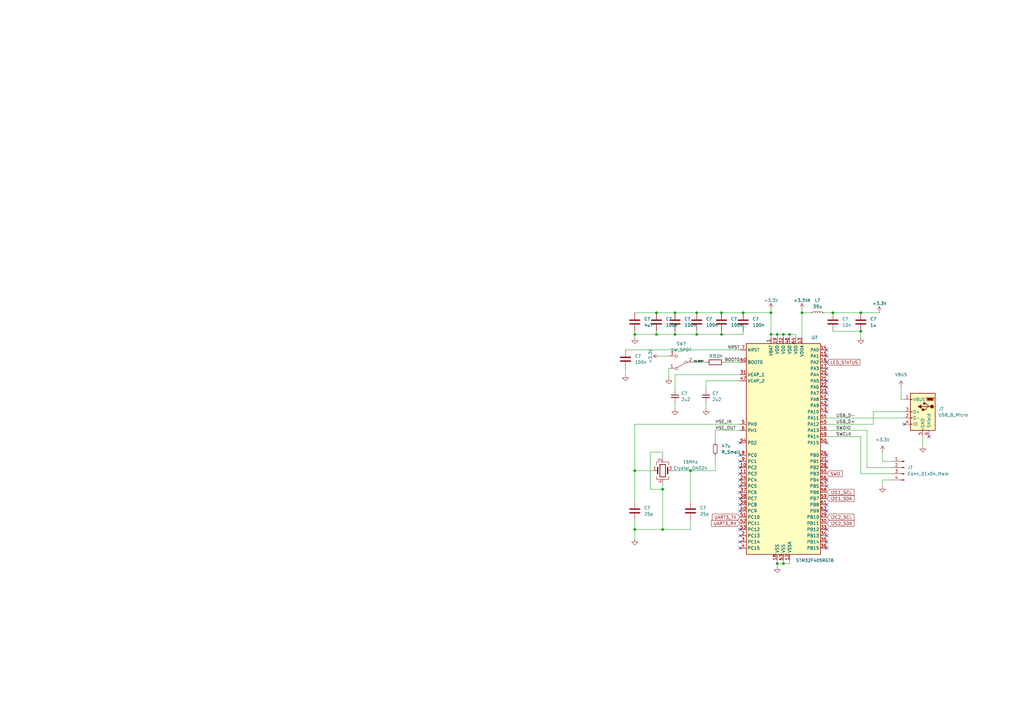
<source format=kicad_sch>
(kicad_sch (version 20211123) (generator eeschema)
  (paper "A3")
  (title_block (title "STM32F4RGT6") (date "2023-07-20") (rev "2.0") (company "Kronos"))
  (lib_symbols
    (symbol "Connector:Conn_01x04_Male" (pin_names (offset 1.016) hide)
      (property "Reference" "J" (at 0 5.08 0))
      (property "Value" "Conn_01x04_Male" (at 0 -7.62 0))
      (symbol "Conn_01x04_Male_1_1"
        (polyline (pts (xy 1.27 -5.08) (xy 0.8636 -5.08)) (stroke (width 0.1524)))
        (polyline (pts (xy 1.27 -2.54) (xy 0.8636 -2.54)) (stroke (width 0.1524)))
        (polyline (pts (xy 1.27 0) (xy 0.8636 0)) (stroke (width 0.1524)))
        (polyline (pts (xy 1.27 2.54) (xy 0.8636 2.54)) (stroke (width 0.1524)))
        (rectangle (start 0.8636 -4.953) (end 0 -5.207) (stroke (width 0.1524)) (fill (type outline)))
        (rectangle (start 0.8636 -2.413) (end 0 -2.667) (stroke (width 0.1524)) (fill (type outline)))
        (rectangle (start 0.8636 0.127) (end 0 -0.127) (stroke (width 0.1524)) (fill (type outline)))
        (rectangle (start 0.8636 2.667) (end 0 2.413) (stroke (width 0.1524)) (fill (type outline)))
        (pin passive line (at 5.08 2.54 180) (length 3.81) (name "Pin_1") (number "1"))
        (pin passive line (at 5.08 0 180) (length 3.81) (name "Pin_2") (number "2"))
        (pin passive line (at 5.08 -2.54 180) (length 3.81) (name "Pin_3") (number "3"))
        (pin passive line (at 5.08 -5.08 180) (length 3.81) (name "Pin_4") (number "4"))
      )
    )
    (symbol "Connector:USB_B_Micro" (pin_names (offset 1.016))
      (property "Reference" "J" (at -5.08 11.43 0))
      (property "Value" "USB_B_Micro" (at -5.08 8.89 0))
      (symbol "USB_B_Micro_0_1"
        (rectangle (start -5.08 -7.62) (end 5.08 7.62) (stroke (width 0.254)) (fill (type background)))
        (circle (center -3.81 2.159) (radius 0.635) (stroke (width 0.254)) (fill (type outline)))
        (circle (center -0.635 3.429) (radius 0.381) (stroke (width 0.254)) (fill (type outline)))
        (rectangle (start -0.127 -7.62) (end 0.127 -6.858))
        (polyline (pts (xy -1.905 2.159) (xy 0.635 2.159)) (stroke (width 0.254)))
        (polyline (pts (xy -3.175 2.159) (xy -2.54 2.159) (xy -1.27 3.429) (xy -0.635 3.429)) (stroke (width 0.254)))
        (polyline (pts (xy -2.54 2.159) (xy -1.905 2.159) (xy -1.27 0.889) (xy 0 0.889)) (stroke (width 0.254)))
        (polyline (pts (xy 0.635 2.794) (xy 0.635 1.524) (xy 1.905 2.159) (xy 0.635 2.794)) (stroke (width 0.254)) (fill (type outline)))
        (polyline (pts (xy -4.318 5.588) (xy -1.778 5.588) (xy -2.032 4.826) (xy -4.064 4.826) (xy -4.318 5.588)) (fill (type outline)))
        (polyline (pts (xy -4.699 5.842) (xy -4.699 5.588) (xy -4.445 4.826) (xy -4.445 4.572) (xy -1.651 4.572) (xy -1.651 4.826) (xy -1.397 5.588) (xy -1.397 5.842) (xy -4.699 5.842)))
        (rectangle (start 0.254 1.27) (end -0.508 0.508) (stroke (width 0.254)) (fill (type outline)))
        (rectangle (start 5.08 -5.207) (end 4.318 -4.953))
        (rectangle (start 5.08 -2.667) (end 4.318 -2.413))
        (rectangle (start 5.08 -0.127) (end 4.318 0.127))
        (rectangle (start 5.08 4.953) (end 4.318 5.207))
      )
      (symbol "USB_B_Micro_1_1"
        (pin power_out line (at 7.62 5.08 180) (length 2.54) (name "VBUS") (number "1"))
        (pin bidirectional line (at 7.62 -2.54 180) (length 2.54) (name "D-") (number "2"))
        (pin bidirectional line (at 7.62 0 180) (length 2.54) (name "D+") (number "3"))
        (pin passive line (at 7.62 -5.08 180) (length 2.54) (name "ID") (number "4"))
        (pin power_out line (at 0 -10.16 90) (length 2.54) (name "GND") (number "5"))
        (pin passive line (at -2.54 -10.16 90) (length 2.54) (name "Shield") (number "6"))
      )
    )
    (symbol "Device:C" (pin_numbers hide) (pin_names (offset 0.254))
      (property "Reference" "C" (at 0.635 2.54 0))
      (property "Value" "C" (at 0.635 -2.54 0))
      (symbol "C_0_1"
        (polyline (pts (xy -2.032 -0.762) (xy 2.032 -0.762)) (stroke (width 0.508)))
        (polyline (pts (xy -2.032 0.762) (xy 2.032 0.762)) (stroke (width 0.508)))
      )
      (symbol "C_1_1"
        (pin passive line (at 0 3.81 270) (length 2.794) (name "~") (number "1"))
        (pin passive line (at 0 -3.81 90) (length 2.794) (name "~") (number "2"))
      )
    )
    (symbol "Device:C_Small" (pin_numbers hide) (pin_names (offset 0.254) hide)
      (property "Reference" "C" (at 0.254 1.778 0))
      (property "Value" "C_Small" (at 0.254 -2.032 0))
      (symbol "C_Small_0_1"
        (polyline (pts (xy -1.524 -0.508) (xy 1.524 -0.508)) (stroke (width 0.3302)))
        (polyline (pts (xy -1.524 0.508) (xy 1.524 0.508)) (stroke (width 0.3048)))
      )
      (symbol "C_Small_1_1"
        (pin passive line (at 0 2.54 270) (length 2.032) (name "~") (number "1"))
        (pin passive line (at 0 -2.54 90) (length 2.032) (name "~") (number "2"))
      )
    )
    (symbol "Device:Crystal_GND24" (pin_names (offset 1.016) hide)
      (property "Reference" "Y" (at 3.175 5.08 0))
      (property "Value" "Crystal_GND24" (at 3.175 3.175 0))
      (symbol "Crystal_GND24_0_1"
        (rectangle (start -1.143 2.54) (end 1.143 -2.54) (stroke (width 0.3048)))
        (polyline (pts (xy -2.54 0) (xy -2.032 0)))
        (polyline (pts (xy -2.032 -1.27) (xy -2.032 1.27)) (stroke (width 0.508)))
        (polyline (pts (xy 0 -3.81) (xy 0 -3.556)))
        (polyline (pts (xy 0 3.556) (xy 0 3.81)))
        (polyline (pts (xy 2.032 -1.27) (xy 2.032 1.27)) (stroke (width 0.508)))
        (polyline (pts (xy 2.032 0) (xy 2.54 0)))
        (polyline (pts (xy -2.54 -2.286) (xy -2.54 -3.556) (xy 2.54 -3.556) (xy 2.54 -2.286)))
        (polyline (pts (xy -2.54 2.286) (xy -2.54 3.556) (xy 2.54 3.556) (xy 2.54 2.286)))
      )
      (symbol "Crystal_GND24_1_1"
        (pin passive line (at -3.81 0 0) (length 1.27) (name "1") (number "1"))
        (pin passive line (at 0 5.08 270) (length 1.27) (name "2") (number "2"))
        (pin passive line (at 3.81 0 180) (length 1.27) (name "3") (number "3"))
        (pin passive line (at 0 -5.08 90) (length 1.27) (name "4") (number "4"))
      )
    )
    (symbol "Device:L_Small" (pin_numbers hide) (pin_names (offset 0.254) hide)
      (property "Reference" "L" (at 0.762 1.016 0))
      (property "Value" "L_Small" (at 0.762 -1.016 0))
      (symbol "L_Small_0_1"
        (arc (start 0 -2.032) (mid 0.508 -1.524) (end 0 -1.016))
        (arc (start 0 -1.016) (mid 0.508 -0.508) (end 0 0))
        (arc (start 0 0) (mid 0.508 0.508) (end 0 1.016))
        (arc (start 0 1.016) (mid 0.508 1.524) (end 0 2.032))
      )
      (symbol "L_Small_1_1"
        (pin passive line (at 0 2.54 270) (length 0.508) (name "~") (number "1"))
        (pin passive line (at 0 -2.54 90) (length 0.508) (name "~") (number "2"))
      )
    )
    (symbol "Device:R" (pin_numbers hide) (pin_names (offset 0))
      (property "Reference" "R" (at 2.032 0 90))
      (property "Value" "R" (at 0 0 90))
      (symbol "R_0_1"
        (rectangle (start -1.016 -2.54) (end 1.016 2.54) (stroke (width 0.254)))
      )
      (symbol "R_1_1"
        (pin passive line (at 0 3.81 270) (length 1.27) (name "~") (number "1"))
        (pin passive line (at 0 -3.81 90) (length 1.27) (name "~") (number "2"))
      )
    )
    (symbol "Device:R_Small" (pin_numbers hide) (pin_names (offset 0.254) hide)
      (property "Reference" "R" (at 0.762 0.508 0))
      (property "Value" "R_Small" (at 0.762 -1.016 0))
      (symbol "R_Small_0_1"
        (rectangle (start -0.762 1.778) (end 0.762 -1.778) (stroke (width 0.2032)))
      )
      (symbol "R_Small_1_1"
        (pin passive line (at 0 2.54 270) (length 0.762) (name "~") (number "1"))
        (pin passive line (at 0 -2.54 90) (length 0.762) (name "~") (number "2"))
      )
    )
    (symbol "MCU_ST_STM32F4:STM32F405RGTx"
      (property "Reference" "U" (at -15.24 44.45 0))
      (property "Value" "STM32F405RGTx" (at 10.16 44.45 0))
      (symbol "STM32F405RGTx_0_1"
        (rectangle (start -15.24 -43.18) (end 15.24 43.18) (stroke (width 0.254)) (fill (type background)))
      )
      (symbol "STM32F405RGTx_1_1"
        (pin power_in line (at -5.08 45.72 270) (length 2.54) (name "VBAT") (number "1"))
        (pin bidirectional line (at -17.78 -7.62 0) (length 2.54) (name "PC2") (number "10"))
        (pin bidirectional line (at -17.78 -10.16 0) (length 2.54) (name "PC3") (number "11"))
        (pin power_in line (at 2.54 -45.72 90) (length 2.54) (name "VSSA") (number "12"))
        (pin power_in line (at 7.62 45.72 270) (length 2.54) (name "VDDA") (number "13"))
        (pin bidirectional line (at 17.78 40.64 180) (length 2.54) (name "PA0") (number "14"))
        (pin bidirectional line (at 17.78 38.1 180) (length 2.54) (name "PA1") (number "15"))
        (pin bidirectional line (at 17.78 35.56 180) (length 2.54) (name "PA2") (number "16"))
        (pin bidirectional line (at 17.78 33.02 180) (length 2.54) (name "PA3") (number "17"))
        (pin power_in line (at -2.54 -45.72 90) (length 2.54) (name "VSS") (number "18"))
        (pin power_in line (at -2.54 45.72 270) (length 2.54) (name "VDD") (number "19"))
        (pin bidirectional line (at -17.78 -35.56 0) (length 2.54) (name "PC13") (number "2"))
        (pin bidirectional line (at 17.78 30.48 180) (length 2.54) (name "PA4") (number "20"))
        (pin bidirectional line (at 17.78 27.94 180) (length 2.54) (name "PA5") (number "21"))
        (pin bidirectional line (at 17.78 25.4 180) (length 2.54) (name "PA6") (number "22"))
        (pin bidirectional line (at 17.78 22.86 180) (length 2.54) (name "PA7") (number "23"))
        (pin bidirectional line (at -17.78 -12.7 0) (length 2.54) (name "PC4") (number "24"))
        (pin bidirectional line (at -17.78 -15.24 0) (length 2.54) (name "PC5") (number "25"))
        (pin bidirectional line (at 17.78 -2.54 180) (length 2.54) (name "PB0") (number "26"))
        (pin bidirectional line (at 17.78 -5.08 180) (length 2.54) (name "PB1") (number "27"))
        (pin bidirectional line (at 17.78 -7.62 180) (length 2.54) (name "PB2") (number "28"))
        (pin bidirectional line (at 17.78 -27.94 180) (length 2.54) (name "PB10") (number "29"))
        (pin bidirectional line (at -17.78 -38.1 0) (length 2.54) (name "PC14") (number "3"))
        (pin bidirectional line (at 17.78 -30.48 180) (length 2.54) (name "PB11") (number "30"))
        (pin power_in line (at -17.78 30.48 0) (length 2.54) (name "VCAP_1") (number "31"))
        (pin power_in line (at 0 45.72 270) (length 2.54) (name "VDD") (number "32"))
        (pin bidirectional line (at 17.78 -33.02 180) (length 2.54) (name "PB12") (number "33"))
        (pin bidirectional line (at 17.78 -35.56 180) (length 2.54) (name "PB13") (number "34"))
        (pin bidirectional line (at 17.78 -38.1 180) (length 2.54) (name "PB14") (number "35"))
        (pin bidirectional line (at 17.78 -40.64 180) (length 2.54) (name "PB15") (number "36"))
        (pin bidirectional line (at -17.78 -17.78 0) (length 2.54) (name "PC6") (number "37"))
        (pin bidirectional line (at -17.78 -20.32 0) (length 2.54) (name "PC7") (number "38"))
        (pin bidirectional line (at -17.78 -22.86 0) (length 2.54) (name "PC8") (number "39"))
        (pin bidirectional line (at -17.78 -40.64 0) (length 2.54) (name "PC15") (number "4"))
        (pin bidirectional line (at -17.78 -25.4 0) (length 2.54) (name "PC9") (number "40"))
        (pin bidirectional line (at 17.78 20.32 180) (length 2.54) (name "PA8") (number "41"))
        (pin bidirectional line (at 17.78 17.78 180) (length 2.54) (name "PA9") (number "42"))
        (pin bidirectional line (at 17.78 15.24 180) (length 2.54) (name "PA10") (number "43"))
        (pin bidirectional line (at 17.78 12.7 180) (length 2.54) (name "PA11") (number "44"))
        (pin bidirectional line (at 17.78 10.16 180) (length 2.54) (name "PA12") (number "45"))
        (pin bidirectional line (at 17.78 7.62 180) (length 2.54) (name "PA13") (number "46"))
        (pin power_in line (at -17.78 27.94 0) (length 2.54) (name "VCAP_2") (number "47"))
        (pin power_in line (at 2.54 45.72 270) (length 2.54) (name "VDD") (number "48"))
        (pin bidirectional line (at 17.78 5.08 180) (length 2.54) (name "PA14") (number "49"))
        (pin input line (at -17.78 10.16 0) (length 2.54) (name "PH0") (number "5"))
        (pin bidirectional line (at 17.78 2.54 180) (length 2.54) (name "PA15") (number "50"))
        (pin bidirectional line (at -17.78 -27.94 0) (length 2.54) (name "PC10") (number "51"))
        (pin bidirectional line (at -17.78 -30.48 0) (length 2.54) (name "PC11") (number "52"))
        (pin bidirectional line (at -17.78 -33.02 0) (length 2.54) (name "PC12") (number "53"))
        (pin bidirectional line (at -17.78 2.54 0) (length 2.54) (name "PD2") (number "54"))
        (pin bidirectional line (at 17.78 -10.16 180) (length 2.54) (name "PB3") (number "55"))
        (pin bidirectional line (at 17.78 -12.7 180) (length 2.54) (name "PB4") (number "56"))
        (pin bidirectional line (at 17.78 -15.24 180) (length 2.54) (name "PB5") (number "57"))
        (pin bidirectional line (at 17.78 -17.78 180) (length 2.54) (name "PB6") (number "58"))
        (pin bidirectional line (at 17.78 -20.32 180) (length 2.54) (name "PB7") (number "59"))
        (pin input line (at -17.78 7.62 0) (length 2.54) (name "PH1") (number "6"))
        (pin input line (at -17.78 35.56 0) (length 2.54) (name "BOOT0") (number "60"))
        (pin bidirectional line (at 17.78 -22.86 180) (length 2.54) (name "PB8") (number "61"))
        (pin bidirectional line (at 17.78 -25.4 180) (length 2.54) (name "PB9") (number "62"))
        (pin power_in line (at 0 -45.72 90) (length 2.54) (name "VSS") (number "63"))
        (pin power_in line (at 5.08 45.72 270) (length 2.54) (name "VDD") (number "64"))
        (pin input line (at -17.78 40.64 0) (length 2.54) (name "NRST") (number "7"))
        (pin bidirectional line (at -17.78 -2.54 0) (length 2.54) (name "PC0") (number "8"))
        (pin bidirectional line (at -17.78 -5.08 0) (length 2.54) (name "PC1") (number "9"))
      )
    )
    (symbol "Switch:SW_SPDT" (pin_names (offset 0) hide)
      (property "Reference" "SW" (at 0 4.318 0))
      (property "Value" "SW_SPDT" (at 0 -5.08 0))
      (symbol "SW_SPDT_0_0"
        (circle (center -2.032 0) (radius 0.508))
        (circle (center 2.032 -2.54) (radius 0.508))
      )
      (symbol "SW_SPDT_0_1"
        (polyline (pts (xy -1.524 0.254) (xy 1.651 2.286)))
        (circle (center 2.032 2.54) (radius 0.508))
      )
      (symbol "SW_SPDT_1_1"
        (pin passive line (at 5.08 2.54 180) (length 2.54) (name "A") (number "1"))
        (pin passive line (at -5.08 0 0) (length 2.54) (name "B") (number "2"))
        (pin passive line (at 5.08 -2.54 180) (length 2.54) (name "C") (number "3"))
      )
    )
    (symbol "power:+3.3V" (power) (pin_names (offset 0))
      (property "Value" "+3.3V" (at 0 3.556 0))
      (symbol "+3.3V_0_1"
        (polyline (pts (xy -0.762 1.27) (xy 0 2.54)))
        (polyline (pts (xy 0 0) (xy 0 2.54)))
        (polyline (pts (xy 0 2.54) (xy 0.762 1.27)))
      )
      (symbol "+3.3V_1_1"
        (pin power_in line (at 0 0 90) (length 0) hide (name "+3.3V") (number "1"))
      )
    )
    (symbol "power:+3.3VA" (power) (pin_names (offset 0))
      (property "Value" "+3.3VA" (at 0 3.556 0))
      (symbol "+3.3VA_0_1"
        (polyline (pts (xy -0.762 1.27) (xy 0 2.54)))
        (polyline (pts (xy 0 0) (xy 0 2.54)))
        (polyline (pts (xy 0 2.54) (xy 0.762 1.27)))
      )
      (symbol "+3.3VA_1_1"
        (pin power_in line (at 0 0 90) (length 0) hide (name "+3.3VA") (number "1"))
      )
    )
    (symbol "power:GND" (power) (pin_names (offset 0))
      (property "Value" "GND" (at 0 -3.81 0))
      (symbol "GND_0_1"
        (polyline (pts (xy 0 0) (xy 0 -1.27) (xy 1.27 -1.27) (xy 0 -2.54) (xy -1.27 -1.27) (xy 0 -1.27)))
      )
      (symbol "GND_1_1"
        (pin power_in line (at 0 0 270) (length 0) hide (name "GND") (number "1"))
      )
    )
    (symbol "power:VBUS" (power) (pin_names (offset 0))
      (property "Value" "VBUS" (at 0 3.81 0))
      (symbol "VBUS_0_1"
        (polyline (pts (xy -0.762 1.27) (xy 0 2.54)))
        (polyline (pts (xy 0 0) (xy 0 2.54)))
        (polyline (pts (xy 0 2.54) (xy 0.762 1.27)))
      )
      (symbol "VBUS_1_1"
        (pin power_in line (at 0 0 90) (length 0) hide (name "VBUS") (number "1"))
      )
    )
  )
  (junction (at 269.24 128.27))
  (junction (at 285.75 128.27))
  (junction (at 341.63 128.27))
  (junction (at 316.23 137.16))
  (junction (at 295.91 128.27))
  (junction (at 276.86 128.27))
  (junction (at 271.78 217.17))
  (junction (at 260.35 217.17))
  (junction (at 304.8 128.27))
  (junction (at 283.21 193.04))
  (junction (at 271.78 200.66))
  (junction (at 321.31 137.16))
  (junction (at 353.06 135.89))
  (junction (at 328.93 128.27))
  (junction (at 321.31 231.14))
  (junction (at 316.23 128.27))
  (junction (at 295.91 137.16))
  (junction (at 318.77 137.16))
  (junction (at 285.75 137.16))
  (junction (at 260.35 193.04))
  (junction (at 318.77 231.14))
  (junction (at 269.24 137.16))
  (junction (at 276.86 137.16))
  (junction (at 260.35 137.16))
  (junction (at 353.06 128.27))
  (junction (at 323.85 137.16))
  (no_connect (at 339.09 148.59))
  (no_connect (at 339.09 153.67))
  (no_connect (at 303.53 189.23))
  (no_connect (at 303.53 194.31))
  (no_connect (at 370.84 173.99))
  (no_connect (at 339.09 146.05))
  (no_connect (at 339.09 166.37))
  (no_connect (at 303.53 201.93))
  (no_connect (at 339.09 189.23))
  (no_connect (at 339.09 224.79))
  (no_connect (at 339.09 222.25))
  (no_connect (at 339.09 199.39))
  (no_connect (at 339.09 196.85))
  (no_connect (at 339.09 207.01))
  (no_connect (at 339.09 209.55))
  (no_connect (at 339.09 217.17))
  (no_connect (at 339.09 219.71))
  (no_connect (at 303.53 181.61))
  (no_connect (at 303.53 209.55))
  (no_connect (at 339.09 158.75))
  (no_connect (at 339.09 186.69))
  (no_connect (at 339.09 161.29))
  (no_connect (at 339.09 168.91))
  (no_connect (at 339.09 181.61))
  (no_connect (at 303.53 191.77))
  (no_connect (at 339.09 151.13))
  (no_connect (at 303.53 199.39))
  (no_connect (at 303.53 186.69))
  (no_connect (at 339.09 156.21))
  (no_connect (at 303.53 204.47))
  (no_connect (at 339.09 143.51))
  (no_connect (at 303.53 196.85))
  (no_connect (at 303.53 222.25))
  (no_connect (at 303.53 224.79))
  (no_connect (at 303.53 219.71))
  (no_connect (at 303.53 217.17))
  (no_connect (at 303.53 207.01))
  (no_connect (at 381 179.07))
  (no_connect (at 339.09 163.83))
  (no_connect (at 339.09 191.77))
  (wire (pts (xy 321.31 137.16) (xy 321.31 138.43)))
  (wire (pts (xy 283.21 193.04) (xy 283.21 205.74)))
  (wire (pts (xy 353.06 179.07) (xy 353.06 194.31)))
  (wire (pts (xy 256.54 151.13) (xy 256.54 153.67)))
  (wire (pts (xy 260.35 213.36) (xy 260.35 217.17)))
  (wire (pts (xy 269.24 135.89) (xy 269.24 137.16)))
  (wire (pts (xy 293.37 176.53) (xy 303.53 176.53)))
  (wire (pts (xy 355.6 191.77) (xy 365.76 191.77)))
  (wire (pts (xy 293.37 186.69) (xy 293.37 193.04)))
  (wire (pts (xy 337.82 128.27) (xy 341.63 128.27)))
  (wire (pts (xy 321.31 231.14) (xy 323.85 231.14)))
  (wire (pts (xy 341.63 135.89) (xy 353.06 135.89)))
  (wire (pts (xy 285.75 135.89) (xy 285.75 137.16)))
  (wire (pts (xy 285.75 137.16) (xy 295.91 137.16)))
  (wire (pts (xy 271.78 200.66) (xy 271.78 198.12)))
  (wire (pts (xy 353.06 194.31) (xy 365.76 194.31)))
  (wire (pts (xy 260.35 217.17) (xy 260.35 220.98)))
  (wire (pts (xy 293.37 176.53) (xy 293.37 181.61)))
  (wire (pts (xy 370.84 168.91) (xy 358.14 168.91)))
  (wire (pts (xy 304.8 128.27) (xy 316.23 128.27)))
  (wire (pts (xy 318.77 231.14) (xy 318.77 232.41)))
  (wire (pts (xy 295.91 137.16) (xy 304.8 137.16)))
  (wire (pts (xy 355.6 176.53) (xy 355.6 191.77)))
  (wire (pts (xy 260.35 137.16) (xy 260.35 138.43)))
  (wire (pts (xy 269.24 137.16) (xy 276.86 137.16)))
  (wire (pts (xy 260.35 128.27) (xy 269.24 128.27)))
  (wire (pts (xy 271.78 200.66) (xy 271.78 217.17)))
  (wire (pts (xy 269.24 128.27) (xy 276.86 128.27)))
  (wire (pts (xy 303.53 153.67) (xy 276.86 153.67)))
  (wire (pts (xy 266.7 185.42) (xy 266.7 200.66)))
  (wire (pts (xy 289.56 160.02) (xy 289.56 156.21)))
  (wire (pts (xy 316.23 137.16) (xy 318.77 137.16)))
  (wire (pts (xy 285.75 128.27) (xy 295.91 128.27)))
  (wire (pts (xy 289.56 156.21) (xy 303.53 156.21)))
  (wire (pts (xy 284.48 148.59) (xy 289.56 148.59)))
  (wire (pts (xy 276.86 135.89) (xy 276.86 137.16)))
  (wire (pts (xy 323.85 231.14) (xy 323.85 229.87)))
  (wire (pts (xy 260.35 217.17) (xy 271.78 217.17)))
  (wire (pts (xy 289.56 165.1) (xy 289.56 167.64)))
  (wire (pts (xy 270.51 146.05) (xy 274.32 146.05)))
  (wire (pts (xy 339.09 173.99) (xy 358.14 173.99)))
  (wire (pts (xy 341.63 128.27) (xy 353.06 128.27)))
  (wire (pts (xy 276.86 128.27) (xy 285.75 128.27)))
  (wire (pts (xy 274.32 151.13) (xy 274.32 154.94)))
  (wire (pts (xy 361.95 196.85) (xy 361.95 199.39)))
  (wire (pts (xy 369.57 163.83) (xy 370.84 163.83)))
  (wire (pts (xy 326.39 137.16) (xy 326.39 138.43)))
  (wire (pts (xy 339.09 179.07) (xy 353.06 179.07)))
  (wire (pts (xy 321.31 137.16) (xy 323.85 137.16)))
  (wire (pts (xy 260.35 193.04) (xy 260.35 205.74)))
  (wire (pts (xy 321.31 229.87) (xy 321.31 231.14)))
  (wire (pts (xy 283.21 217.17) (xy 283.21 213.36)))
  (wire (pts (xy 328.93 127) (xy 328.93 128.27)))
  (wire (pts (xy 318.77 137.16) (xy 318.77 138.43)))
  (wire (pts (xy 318.77 137.16) (xy 321.31 137.16)))
  (wire (pts (xy 361.95 189.23) (xy 365.76 189.23)))
  (wire (pts (xy 328.93 128.27) (xy 328.93 138.43)))
  (wire (pts (xy 293.37 193.04) (xy 283.21 193.04)))
  (wire (pts (xy 358.14 168.91) (xy 358.14 173.99)))
  (wire (pts (xy 276.86 153.67) (xy 276.86 160.02)))
  (wire (pts (xy 260.35 137.16) (xy 269.24 137.16)))
  (wire (pts (xy 304.8 137.16) (xy 304.8 135.89)))
  (wire (pts (xy 276.86 165.1) (xy 276.86 167.64)))
  (wire (pts (xy 256.54 143.51) (xy 303.53 143.51)))
  (wire (pts (xy 283.21 193.04) (xy 275.59 193.04)))
  (wire (pts (xy 295.91 128.27) (xy 304.8 128.27)))
  (wire (pts (xy 271.78 185.42) (xy 266.7 185.42)))
  (wire (pts (xy 260.35 173.99) (xy 303.53 173.99)))
  (wire (pts (xy 353.06 135.89) (xy 353.06 138.43)))
  (wire (pts (xy 260.35 193.04) (xy 267.97 193.04)))
  (wire (pts (xy 318.77 231.14) (xy 321.31 231.14)))
  (wire (pts (xy 361.95 185.42) (xy 361.95 189.23)))
  (wire (pts (xy 260.35 173.99) (xy 260.35 193.04)))
  (wire (pts (xy 339.09 171.45) (xy 370.84 171.45)))
  (wire (pts (xy 328.93 128.27) (xy 332.74 128.27)))
  (wire (pts (xy 323.85 137.16) (xy 323.85 138.43)))
  (wire (pts (xy 316.23 128.27) (xy 316.23 137.16)))
  (wire (pts (xy 276.86 137.16) (xy 285.75 137.16)))
  (wire (pts (xy 353.06 128.27) (xy 360.68 128.27)))
  (wire (pts (xy 339.09 176.53) (xy 355.6 176.53)))
  (wire (pts (xy 271.78 217.17) (xy 283.21 217.17)))
  (wire (pts (xy 260.35 135.89) (xy 260.35 137.16)))
  (wire (pts (xy 297.18 148.59) (xy 303.53 148.59)))
  (wire (pts (xy 295.91 137.16) (xy 295.91 135.89)))
  (wire (pts (xy 378.46 179.07) (xy 378.46 182.88)))
  (wire (pts (xy 318.77 229.87) (xy 318.77 231.14)))
  (wire (pts (xy 316.23 127) (xy 316.23 128.27)))
  (wire (pts (xy 323.85 137.16) (xy 326.39 137.16)))
  (wire (pts (xy 369.57 158.75) (xy 369.57 163.83)))
  (wire (pts (xy 316.23 137.16) (xy 316.23 138.43)))
  (wire (pts (xy 266.7 200.66) (xy 271.78 200.66)))
  (wire (pts (xy 271.78 187.96) (xy 271.78 185.42)))
  (wire (pts (xy 365.76 196.85) (xy 361.95 196.85)))
  (label "USB_D-" (at 342.9 171.45 0))
  (label "SWDIO" (at 342.9 176.53 0))
  (label "SW_BOOT" (at 284.48 148.59 0) (effects (font (size 0.6 0.6))))
  (label "SWCLK" (at 342.9 179.07 0))
  (label "USB_D+" (at 342.9 173.99 0))
  (label "HSE_IN" (at 293.37 173.99 0))
  (label "BOOT0" (at 297.18 148.59 0))
  (label "NRST" (at 298.45 143.51 0))
  (label "HSE_OUT" (at 293.37 176.53 0))
  (global_label "I2C2_SCL" (shape input) (at 339.09 212.09 0) (property "Intersheet References" "${INTERSHEET_REFS}" (effects hide)))
  (global_label "UART3_RX" (shape input) (at 303.53 214.63 180) (property "Intersheet References" "${INTERSHEET_REFS}" (effects hide)))
  (global_label "I2C1_SCL" (shape input) (at 339.09 201.93 0) (property "Intersheet References" "${INTERSHEET_REFS}" (effects hide)))
  (global_label "I2C2_SDA" (shape input) (at 339.09 214.63 0) (property "Intersheet References" "${INTERSHEET_REFS}" (effects hide)))
  (global_label "LED_STATUS" (shape input) (at 339.09 148.59 0) (property "Intersheet References" "${INTERSHEET_REFS}" (effects hide)))
  (global_label "UART3_TX" (shape input) (at 303.53 212.09 180) (property "Intersheet References" "${INTERSHEET_REFS}" (effects hide)))
  (global_label "I2C1_SDA" (shape input) (at 339.09 204.47 0) (property "Intersheet References" "${INTERSHEET_REFS}" (effects hide)))
  (global_label "SWO" (shape input) (at 339.09 194.31 0) (property "Intersheet References" "${INTERSHEET_REFS}" (effects hide)))
  (symbol (lib_id "power:GND") (at 289.56 167.64 0) (unit 1)
    (property "Reference" "#PWR?" (effects hide))
    (property "Value" "GND" (effects hide))
  )
  (symbol (lib_id "Connector:USB_B_Micro") (at 378.46 168.91 0) (mirror y) (unit 1)
    (property "Reference" "J?" (at 384.81 167.6399 0) (effects (justify right)))
    (property "Value" "USB_B_Micro" (at 384.81 170.1799 0) (effects (justify right)))
  )
  (symbol (lib_id "Switch:SW_SPDT") (at 279.4 148.59 180) (unit 1)
    (property "Reference" "SW?" (at 279.4 140.97 0))
    (property "Value" "SW_SPDT" (at 279.4 143.51 0))
  )
  (symbol (lib_id "Device:R") (at 293.37 148.59 90) (unit 1)
    (property "Reference" "R?" (at 292.1 146.05 90))
    (property "Value" "10K" (at 294.64 146.05 90))
  )
  (symbol (lib_id "power:GND") (at 256.54 153.67 0) (unit 1)
    (property "Reference" "#PWR?" (effects hide))
    (property "Value" "GND" (effects hide))
  )
  (symbol (lib_id "Device:C_Small") (at 276.86 162.56 0) (unit 1)
    (property "Reference" "C?" (at 279.4 161.2962 0) (effects (justify left)))
    (property "Value" "2u2" (at 279.4 163.8362 0) (effects (justify left)))
  )
  (symbol (lib_id "power:GND") (at 260.35 220.98 0) (unit 1)
    (property "Reference" "#PWR?" (effects hide))
    (property "Value" "GND" (effects hide))
  )
  (symbol (lib_id "Device:C") (at 341.63 132.08 0) (unit 1)
    (property "Reference" "C?" (at 345.44 130.8099 0) (effects (justify left)))
    (property "Value" "10n" (at 345.44 133.3499 0) (effects (justify left)))
  )
  (symbol (lib_id "Device:C") (at 353.06 132.08 0) (unit 1)
    (property "Reference" "C?" (at 356.87 130.8099 0) (effects (justify left)))
    (property "Value" "1u" (at 356.87 133.3499 0) (effects (justify left)))
  )
  (symbol (lib_id "Device:C") (at 256.54 147.32 0) (unit 1)
    (property "Reference" "C?" (at 260.35 146.0499 0) (effects (justify left)))
    (property "Value" "100n" (at 260.35 148.5899 0) (effects (justify left)))
  )
  (symbol (lib_id "power:VBUS") (at 369.57 158.75 0) (unit 1)
    (property "Reference" "#PWR?" (effects hide))
    (property "Value" "VBUS" (at 369.57 153.67 0))
  )
  (symbol (lib_id "Device:C") (at 285.75 132.08 0) (unit 1)
    (property "Reference" "C?" (at 289.56 130.8099 0) (effects (justify left)))
    (property "Value" "100n" (at 289.56 133.3499 0) (effects (justify left)))
  )
  (symbol (lib_id "Device:C") (at 276.86 132.08 0) (unit 1)
    (property "Reference" "C?" (at 280.67 130.8099 0) (effects (justify left)))
    (property "Value" "100n" (at 280.67 133.3499 0) (effects (justify left)))
  )
  (symbol (lib_id "Device:C") (at 269.24 132.08 0) (unit 1)
    (property "Reference" "C?" (at 273.05 130.8099 0) (effects (justify left)))
    (property "Value" "100n" (at 273.05 133.3499 0) (effects (justify left)))
  )
  (symbol (lib_id "power:GND") (at 274.32 154.94 0) (unit 1)
    (property "Reference" "#PWR?" (effects hide))
    (property "Value" "GND" (effects hide))
  )
  (symbol (lib_id "power:+3.3V") (at 360.68 128.27 0) (unit 1)
    (property "Reference" "#PWR?" (effects hide))
    (property "Value" "+3.3V" (at 360.68 124.46 0))
  )
  (symbol (lib_id "Device:C") (at 295.91 132.08 0) (unit 1)
    (property "Reference" "C?" (at 299.72 130.8099 0) (effects (justify left)))
    (property "Value" "100n" (at 299.72 133.3499 0) (effects (justify left)))
  )
  (symbol (lib_id "power:+3.3V") (at 316.23 127 0) (unit 1)
    (property "Reference" "#PWR?" (effects hide))
    (property "Value" "+3.3V" (at 316.23 123.19 0))
  )
  (symbol (lib_id "power:GND") (at 353.06 138.43 0) (unit 1)
    (property "Reference" "#PWR?" (effects hide))
    (property "Value" "GND" (effects hide))
  )
  (symbol (lib_id "Device:C_Small") (at 289.56 162.56 0) (unit 1)
    (property "Reference" "C?" (at 292.1 161.2962 0) (effects (justify left)))
    (property "Value" "2u2" (at 292.1 163.8362 0) (effects (justify left)))
  )
  (symbol (lib_id "power:GND") (at 361.95 199.39 0) (unit 1)
    (property "Reference" "#PWR?" (effects hide))
    (property "Value" "GND" (effects hide))
  )
  (symbol (lib_id "Device:C") (at 260.35 209.55 0) (unit 1)
    (property "Reference" "C?" (at 264.16 208.2799 0) (effects (justify left)))
    (property "Value" "25p" (at 264.16 210.8199 0) (effects (justify left)))
  )
  (symbol (lib_id "Device:C") (at 283.21 209.55 0) (unit 1)
    (property "Reference" "C?" (at 287.02 208.2799 0) (effects (justify left)))
    (property "Value" "25p" (at 287.02 210.8199 0) (effects (justify left)))
  )
  (symbol (lib_id "Device:C") (at 260.35 132.08 0) (unit 1)
    (property "Reference" "C?" (at 264.16 130.8099 0) (effects (justify left)))
    (property "Value" "4u7" (at 264.16 133.3499 0) (effects (justify left)))
  )
  (symbol (lib_id "power:+3.3V") (at 270.51 146.05 90) (unit 1)
    (property "Reference" "#PWR?" (effects hide))
    (property "Value" "+3.3V" (at 266.7 146.05 0))
  )
  (symbol (lib_id "power:+3.3V") (at 361.95 185.42 0) (unit 1)
    (property "Reference" "#PWR?" (effects hide))
    (property "Value" "+3.3V" (at 361.95 180.34 0))
  )
  (symbol (lib_id "Device:Crystal_GND24") (at 271.78 193.04 0) (unit 1)
    (property "Reference" "16Mhz" (at 283.21 189.4586 0))
    (property "Value" "Crystal_GND24" (at 283.21 191.9986 0))
  )
  (symbol (lib_id "power:GND") (at 276.86 167.64 0) (unit 1)
    (property "Reference" "#PWR?" (effects hide))
    (property "Value" "GND" (effects hide))
  )
  (symbol (lib_id "Connector:Conn_01x04_Male") (at 370.84 191.77 0) (mirror y) (unit 1)
    (property "Reference" "J?" (at 372.11 191.7699 0) (effects (justify right)))
    (property "Value" "Conn_01x04_Male" (at 372.11 194.3099 0) (effects (justify right)))
  )
  (symbol (lib_id "power:GND") (at 318.77 232.41 0) (unit 1)
    (property "Reference" "#PWR?" (effects hide))
    (property "Value" "GND" (effects hide))
  )
  (symbol (lib_id "Device:L_Small") (at 335.28 128.27 90) (unit 1)
    (property "Reference" "L?" (at 335.28 123.19 90))
    (property "Value" "39u" (at 335.28 125.73 90))
  )
  (symbol (lib_id "power:+3.3VA") (at 328.93 127 0) (unit 1)
    (property "Reference" "#PWR?" (effects hide))
    (property "Value" "+3.3VA" (at 328.93 123.19 0))
  )
  (symbol (lib_id "MCU_ST_STM32F4:STM32F405RGTx") (at 321.31 184.15 0) (unit 1)
    (property "Reference" "U?" (at 332.74 138.43 0) (effects (justify left)))
    (property "Value" "STM32F405RGT6" (at 326.39 229.87 0) (effects (justify left)))
    (property "Footprint" "Package_QFP:LQFP-64_10x10mm_P0.5mm" (effects hide))
    (property "Datasheet" "http://www.st.com/st-web-ui/static/active/en/resource/technical/document/datasheet/DM00037051.pdf" (effects hide))
  )
  (symbol (lib_id "Device:R_Small") (at 293.37 184.15 180) (unit 1)
    (property "Reference" "47u" (at 295.91 182.8799 0) (effects (justify right)))
    (property "Value" "R_Small" (at 295.91 185.4199 0) (effects (justify right)))
  )
  (symbol (lib_id "power:GND") (at 378.46 182.88 0) (unit 1)
    (property "Reference" "#PWR?" (effects hide))
    (property "Value" "GND" (effects hide))
  )
  (symbol (lib_id "power:GND") (at 260.35 138.43 0) (unit 1)
    (property "Reference" "#PWR?" (effects hide))
    (property "Value" "GND" (effects hide))
  )
  (symbol (lib_id "Device:C") (at 304.8 132.08 0) (unit 1)
    (property "Reference" "C?" (at 308.61 130.8099 0) (effects (justify left)))
    (property "Value" "100n" (at 308.61 133.3499 0) (effects (justify left)))
  )
)
</source>
